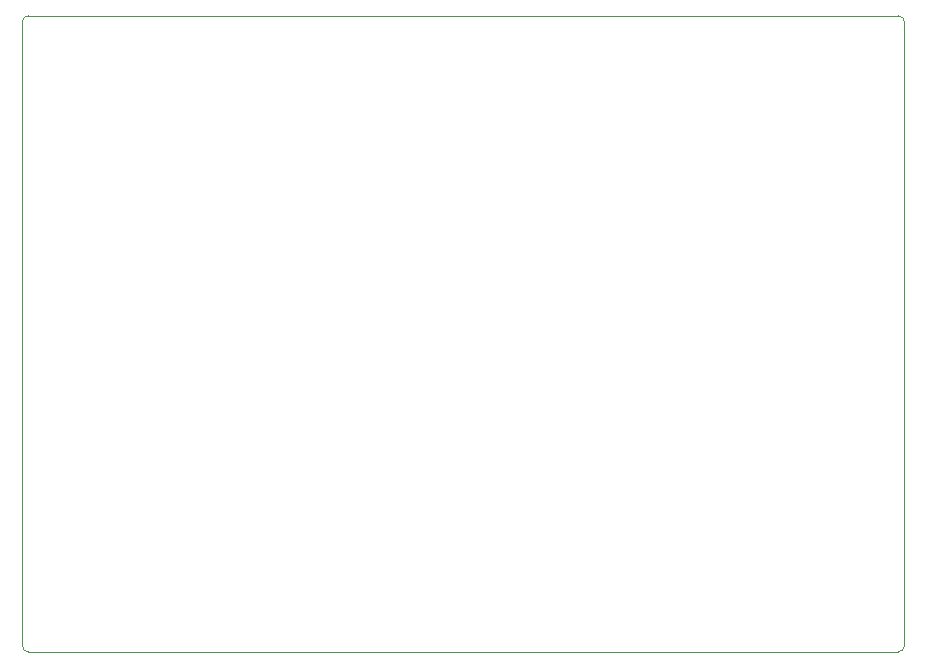
<source format=gm1>
%TF.GenerationSoftware,KiCad,Pcbnew,(6.0.0-0)*%
%TF.CreationDate,2022-05-14T22:50:13+01:00*%
%TF.ProjectId,atari-punk,61746172-692d-4707-956e-6b2e6b696361,r02*%
%TF.SameCoordinates,Original*%
%TF.FileFunction,Profile,NP*%
%FSLAX46Y46*%
G04 Gerber Fmt 4.6, Leading zero omitted, Abs format (unit mm)*
G04 Created by KiCad (PCBNEW (6.0.0-0)) date 2022-05-14 22:50:13*
%MOMM*%
%LPD*%
G01*
G04 APERTURE LIST*
%TA.AperFunction,Profile*%
%ADD10C,0.050000*%
%TD*%
G04 APERTURE END LIST*
D10*
X95504000Y-87884000D02*
G75*
G03*
X96012000Y-88392000I508001J1D01*
G01*
X95504000Y-35052000D02*
X95504000Y-87884000D01*
X170180000Y-35052000D02*
G75*
G03*
X169672000Y-34544000I-508001J-1D01*
G01*
X96012000Y-34544000D02*
G75*
G03*
X95504000Y-35052000I1J-508001D01*
G01*
X96012000Y-88392000D02*
X169672000Y-88392000D01*
X170180000Y-87884000D02*
X170180000Y-35052000D01*
X169672000Y-88392000D02*
G75*
G03*
X170180000Y-87884000I-1J508001D01*
G01*
X169672000Y-34544000D02*
X96012000Y-34544000D01*
M02*

</source>
